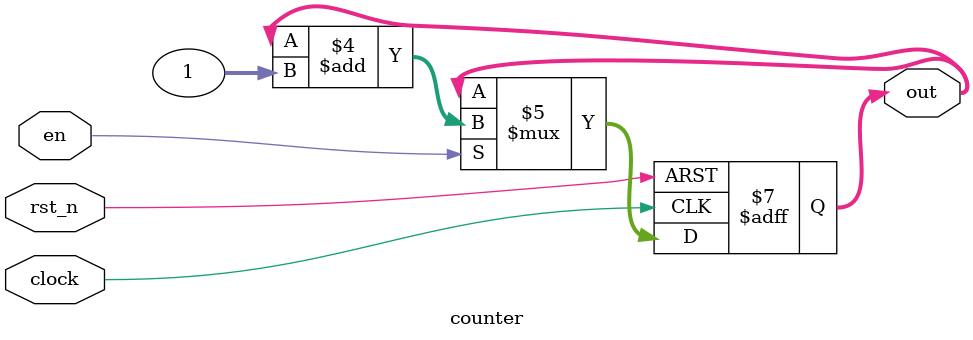
<source format=sv>
`timescale 1ns / 1ps
module counter
#(
    parameter SIZE=32
)
(
    input  logic            clock,
    input  logic            rst_n,
    input  logic            en,
    output logic [SIZE-1:0] out
);
always_ff @(posedge clock or negedge rst_n)
    begin
        if(rst_n==0)        out<=0;
        else if(en==1)      out<=out+1;
    end
endmodule

</source>
